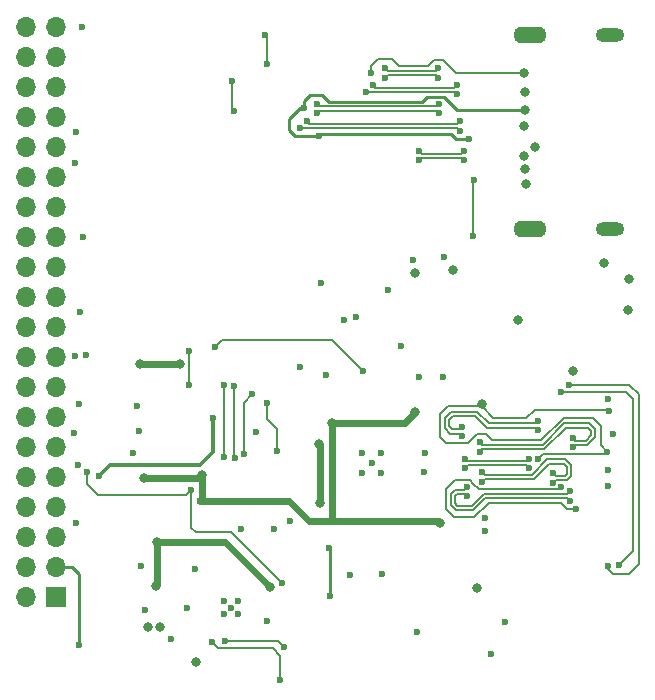
<source format=gbl>
G04 #@! TF.GenerationSoftware,KiCad,Pcbnew,8.0.2*
G04 #@! TF.CreationDate,2024-05-18T01:19:45+05:00*
G04 #@! TF.ProjectId,EDP Converter,45445020-436f-46e7-9665-727465722e6b,rev?*
G04 #@! TF.SameCoordinates,Original*
G04 #@! TF.FileFunction,Copper,L4,Bot*
G04 #@! TF.FilePolarity,Positive*
%FSLAX46Y46*%
G04 Gerber Fmt 4.6, Leading zero omitted, Abs format (unit mm)*
G04 Created by KiCad (PCBNEW 8.0.2) date 2024-05-18 01:19:45*
%MOMM*%
%LPD*%
G01*
G04 APERTURE LIST*
G04 #@! TA.AperFunction,ComponentPad*
%ADD10O,2.800000X1.400000*%
G04 #@! TD*
G04 #@! TA.AperFunction,ComponentPad*
%ADD11O,2.400000X1.200000*%
G04 #@! TD*
G04 #@! TA.AperFunction,ComponentPad*
%ADD12R,1.700000X1.700000*%
G04 #@! TD*
G04 #@! TA.AperFunction,ComponentPad*
%ADD13O,1.700000X1.700000*%
G04 #@! TD*
G04 #@! TA.AperFunction,ViaPad*
%ADD14C,0.600000*%
G04 #@! TD*
G04 #@! TA.AperFunction,ViaPad*
%ADD15C,0.800000*%
G04 #@! TD*
G04 #@! TA.AperFunction,Conductor*
%ADD16C,0.200000*%
G04 #@! TD*
G04 #@! TA.AperFunction,Conductor*
%ADD17C,0.250000*%
G04 #@! TD*
G04 #@! TA.AperFunction,Conductor*
%ADD18C,0.600000*%
G04 #@! TD*
G04 #@! TA.AperFunction,Conductor*
%ADD19C,0.300000*%
G04 #@! TD*
G04 #@! TA.AperFunction,Conductor*
%ADD20C,0.160000*%
G04 #@! TD*
G04 APERTURE END LIST*
D10*
X139620000Y-94550000D03*
X139620000Y-78050000D03*
D11*
X146400000Y-94550000D03*
X146400000Y-78050000D03*
D12*
X99440000Y-125640000D03*
D13*
X96900000Y-125640000D03*
X99440000Y-123100000D03*
X96900000Y-123100000D03*
X99440000Y-120560000D03*
X96900000Y-120560000D03*
X99440000Y-118020000D03*
X96900000Y-118020000D03*
X99440000Y-115480000D03*
X96900000Y-115480000D03*
X99440000Y-112940000D03*
X96900000Y-112940000D03*
X99440000Y-110400000D03*
X96900000Y-110400000D03*
X99440000Y-107860000D03*
X96900000Y-107860000D03*
X99440000Y-105320000D03*
X96900000Y-105320000D03*
X99440000Y-102780000D03*
X96900000Y-102780000D03*
X99440000Y-100240000D03*
X96900000Y-100240000D03*
X99440000Y-97700000D03*
X96900000Y-97700000D03*
X99440000Y-95160000D03*
X96900000Y-95160000D03*
X99440000Y-92620000D03*
X96900000Y-92620000D03*
X99440000Y-90080000D03*
X96900000Y-90080000D03*
X99440000Y-87540000D03*
X96900000Y-87540000D03*
X99440000Y-85000000D03*
X96900000Y-85000000D03*
X99440000Y-82460000D03*
X96900000Y-82460000D03*
X99440000Y-79920000D03*
X96900000Y-79920000D03*
X99440000Y-77380000D03*
X96900000Y-77380000D03*
D14*
X101100000Y-105300000D03*
X102000000Y-105200000D03*
X146200000Y-116300000D03*
X127000000Y-115200000D03*
X125400000Y-115200000D03*
X127000000Y-113500000D03*
X125400000Y-113500000D03*
X126200000Y-114300000D03*
X126100000Y-81300000D03*
X134400000Y-86900000D03*
X130200000Y-107000000D03*
X132300000Y-96900000D03*
X129700000Y-97100000D03*
X127600000Y-99700000D03*
X121900000Y-99100000D03*
X121700000Y-86600000D03*
X120500000Y-84300000D03*
X123850000Y-102250000D03*
X122300000Y-106900000D03*
X101400000Y-129700000D03*
X110600000Y-126600000D03*
X114900000Y-127100000D03*
X113700000Y-127100000D03*
X113700000Y-126000000D03*
X114900000Y-126000000D03*
X114300000Y-126600000D03*
X137500000Y-127800000D03*
X136300000Y-130500000D03*
X140300000Y-114000000D03*
D15*
X135500000Y-109300000D03*
X138600000Y-102200000D03*
X139100000Y-81300000D03*
X139200000Y-82900000D03*
X139200000Y-84400000D03*
X139100000Y-85800000D03*
X140000000Y-87600000D03*
X139100000Y-88300000D03*
X139200000Y-89400000D03*
X145900000Y-97400000D03*
X148000000Y-98700000D03*
X147900000Y-101400000D03*
X106600000Y-105900000D03*
X110000000Y-105900000D03*
X121700000Y-112700000D03*
X121800000Y-117700000D03*
X129900000Y-110000000D03*
X122800000Y-110900000D03*
X132000000Y-119400000D03*
X111800000Y-115300000D03*
X106900000Y-115600000D03*
X139300000Y-90700000D03*
X133100000Y-98000000D03*
X129900000Y-98200000D03*
X143200000Y-106500000D03*
X135100000Y-124900000D03*
X111300000Y-131200000D03*
X108300000Y-128200000D03*
X107300000Y-128200000D03*
X117600000Y-124800000D03*
X107900000Y-124700000D03*
X108000000Y-121000000D03*
D14*
X127300000Y-80850000D03*
X131850000Y-80850000D03*
X131850000Y-81700000D03*
X127300000Y-81700000D03*
X133400000Y-82315823D03*
X126282843Y-82334314D03*
X133400000Y-83115823D03*
X125717157Y-82900000D03*
X134000000Y-87900000D03*
X130200000Y-87900000D03*
X134000000Y-88700000D03*
X130200000Y-88700000D03*
X121550000Y-83900000D03*
X131865007Y-83900000D03*
X121550000Y-84700000D03*
X131865007Y-84700000D03*
X120682843Y-85384314D03*
X133650000Y-85400000D03*
X133650000Y-86200000D03*
X120117157Y-85950000D03*
X132270000Y-107070000D03*
X106300000Y-109500000D03*
X101750000Y-95150000D03*
X135800000Y-118950000D03*
X127100000Y-123755000D03*
X115100000Y-119875000D03*
X128700000Y-104400000D03*
X101400000Y-109300000D03*
X117300000Y-127700000D03*
X117950000Y-119900000D03*
X130650001Y-115050001D03*
X124400000Y-123800000D03*
X130000000Y-128600000D03*
X119300000Y-119200000D03*
X101500000Y-101500000D03*
X135800000Y-120100000D03*
X116400000Y-111700000D03*
X124900000Y-102000000D03*
X106700000Y-123075000D03*
X106487500Y-111587500D03*
X101200000Y-86300000D03*
X101200000Y-119400000D03*
X120100000Y-106200000D03*
X106000000Y-113500000D03*
X101100000Y-88900000D03*
X101000000Y-111800000D03*
X107000000Y-126800000D03*
X143500000Y-118200000D03*
X109200000Y-129200000D03*
X101700000Y-77400000D03*
X130700000Y-113500000D03*
X111225000Y-123275000D03*
X111700000Y-117520000D03*
X112900000Y-104500000D03*
X125449999Y-106500000D03*
X134900000Y-90400000D03*
X134800000Y-95100000D03*
X142950000Y-117500000D03*
X134250000Y-116350000D03*
X140250000Y-110750000D03*
X133850000Y-112050000D03*
X135350000Y-113350000D03*
X143200000Y-112200000D03*
X134100000Y-114750000D03*
X139500000Y-114750000D03*
X141550000Y-115200000D03*
X135550000Y-115900000D03*
X142950000Y-116700000D03*
X134250000Y-117150000D03*
X112675000Y-129500000D03*
X147150000Y-122950000D03*
X142200000Y-108300000D03*
X118475000Y-132675000D03*
X118800000Y-129900000D03*
X142900000Y-107700000D03*
X146200000Y-123000000D03*
X113800000Y-129400000D03*
X134100000Y-113950000D03*
X139500000Y-113950000D03*
X143200000Y-113000000D03*
X135350000Y-112550000D03*
X141550000Y-116000000D03*
X135550000Y-115100000D03*
X133850000Y-111250000D03*
X140250000Y-111550000D03*
X103100000Y-115400000D03*
X112800000Y-110500000D03*
X110900000Y-116600000D03*
X102100000Y-115100000D03*
X118600000Y-124500000D03*
X116100000Y-108500000D03*
X115400000Y-113600000D03*
X110700000Y-104800000D03*
X110700000Y-107700000D03*
X114500000Y-84500000D03*
X114500000Y-107800000D03*
X114400000Y-82000000D03*
X114600000Y-113900000D03*
X117300000Y-80500000D03*
X118200000Y-113300000D03*
X117200000Y-78100000D03*
X117300000Y-109200000D03*
X113700000Y-113800000D03*
X113700000Y-107700000D03*
X122700000Y-125600000D03*
X122600000Y-121500000D03*
X101300000Y-114500000D03*
X146175000Y-108875000D03*
X146300000Y-109900000D03*
X146600000Y-111900000D03*
X146150000Y-113350000D03*
X146200000Y-114900000D03*
X142208180Y-116380000D03*
D16*
X126100000Y-80700000D02*
X126100000Y-81400000D01*
X127900000Y-80100000D02*
X126700000Y-80100000D01*
X128500000Y-80700000D02*
X127900000Y-80100000D01*
X126700000Y-80100000D02*
X126100000Y-80700000D01*
X131000000Y-80700000D02*
X128500000Y-80700000D01*
X131500000Y-80200000D02*
X131000000Y-80700000D01*
X132200000Y-80200000D02*
X131500000Y-80200000D01*
X133300000Y-81300000D02*
X132200000Y-80200000D01*
X139100000Y-81300000D02*
X133300000Y-81300000D01*
D17*
X133400000Y-84400000D02*
X139200000Y-84400000D01*
X132315000Y-83315000D02*
X133400000Y-84400000D01*
X130885000Y-83315000D02*
X132315000Y-83315000D01*
X130445000Y-83755000D02*
X130885000Y-83315000D01*
X122555000Y-83755000D02*
X130445000Y-83755000D01*
X122000000Y-83200000D02*
X122555000Y-83755000D01*
X121000000Y-83200000D02*
X122000000Y-83200000D01*
X120500000Y-83700000D02*
X121000000Y-83200000D01*
X120500000Y-84300000D02*
X120500000Y-83700000D01*
X120100000Y-84300000D02*
X120500000Y-84300000D01*
X119200000Y-86100000D02*
X119200000Y-85200000D01*
X119700000Y-86600000D02*
X119200000Y-86100000D01*
X121700000Y-86600000D02*
X119700000Y-86600000D01*
X119200000Y-85200000D02*
X120100000Y-84300000D01*
X121800000Y-86500000D02*
X121700000Y-86600000D01*
X133300000Y-86900000D02*
X132900000Y-86500000D01*
X134400000Y-86900000D02*
X133300000Y-86900000D01*
X132900000Y-86500000D02*
X121800000Y-86500000D01*
X100800000Y-123100000D02*
X99440000Y-123100000D01*
X101400000Y-123700000D02*
X100800000Y-123100000D01*
X101400000Y-129700000D02*
X101400000Y-123700000D01*
D16*
X146200000Y-109800000D02*
X146300000Y-109900000D01*
X139300000Y-110500000D02*
X140000000Y-109800000D01*
X140000000Y-109800000D02*
X146200000Y-109800000D01*
X136500000Y-110500000D02*
X139300000Y-110500000D01*
X132000000Y-110200000D02*
X132700000Y-109500000D01*
X132700000Y-109500000D02*
X135500000Y-109500000D01*
X134390000Y-112610000D02*
X132510000Y-112610000D01*
X132000000Y-112100000D02*
X132000000Y-110200000D01*
X135100000Y-111900000D02*
X134390000Y-112610000D01*
X135500000Y-109500000D02*
X136500000Y-110500000D01*
X135900000Y-111900000D02*
X135100000Y-111900000D01*
X132510000Y-112610000D02*
X132000000Y-112100000D01*
X142464608Y-110500000D02*
X140564608Y-112400000D01*
X145600000Y-111200000D02*
X144900000Y-110500000D01*
X144900000Y-110500000D02*
X142464608Y-110500000D01*
X145600000Y-112800000D02*
X145600000Y-111200000D01*
X136400000Y-112400000D02*
X135900000Y-111900000D01*
X140564608Y-112400000D02*
X136400000Y-112400000D01*
X146150000Y-113350000D02*
X145600000Y-112800000D01*
X140700000Y-113600000D02*
X140300000Y-114000000D01*
X145900000Y-113600000D02*
X141800000Y-113600000D01*
X141800000Y-113600000D02*
X140700000Y-113600000D01*
X146150000Y-113350000D02*
X145900000Y-113600000D01*
X142700000Y-118200000D02*
X143500000Y-118200000D01*
X136100000Y-117700000D02*
X142200000Y-117700000D01*
X134900000Y-118900000D02*
X136100000Y-117700000D01*
X142200000Y-117700000D02*
X142700000Y-118200000D01*
X133200000Y-118900000D02*
X134900000Y-118900000D01*
X132500000Y-118200000D02*
X133200000Y-118900000D01*
X133210000Y-115790000D02*
X132500000Y-116500000D01*
X134481960Y-115790000D02*
X133210000Y-115790000D01*
X134791960Y-116100000D02*
X134481960Y-115790000D01*
X135260000Y-116560000D02*
X134800000Y-116100000D01*
X132500000Y-116500000D02*
X132500000Y-118200000D01*
X134800000Y-116100000D02*
X134791960Y-116100000D01*
X142028180Y-116560000D02*
X135260000Y-116560000D01*
X142208180Y-116380000D02*
X142028180Y-116560000D01*
D18*
X106600000Y-105900000D02*
X110000000Y-105900000D01*
X121800000Y-112800000D02*
X121700000Y-112700000D01*
X121800000Y-117700000D02*
X121800000Y-112800000D01*
X129000000Y-110900000D02*
X129900000Y-110000000D01*
X122800000Y-110900000D02*
X129000000Y-110900000D01*
X122800000Y-119200000D02*
X122800000Y-110900000D01*
X122800000Y-119200000D02*
X131800000Y-119200000D01*
X120900000Y-119200000D02*
X122800000Y-119200000D01*
X131800000Y-119200000D02*
X132000000Y-119400000D01*
X119200000Y-117500000D02*
X120900000Y-119200000D01*
X111720000Y-117500000D02*
X119200000Y-117500000D01*
X111700000Y-117520000D02*
X111720000Y-117500000D01*
D16*
X110900000Y-119800000D02*
X110900000Y-116600000D01*
X111300000Y-120200000D02*
X110900000Y-119800000D01*
X114300000Y-120200000D02*
X111300000Y-120200000D01*
X118600000Y-124500000D02*
X114300000Y-120200000D01*
D18*
X111800000Y-117420000D02*
X111800000Y-115300000D01*
X111700000Y-117520000D02*
X111800000Y-117420000D01*
X111500000Y-115600000D02*
X111800000Y-115300000D01*
X106900000Y-115600000D02*
X111500000Y-115600000D01*
D19*
X104000000Y-114500000D02*
X111700000Y-114500000D01*
X103100000Y-115400000D02*
X104000000Y-114500000D01*
X112800000Y-113400000D02*
X112800000Y-110500000D01*
X111700000Y-114500000D02*
X112800000Y-113400000D01*
D16*
X110500000Y-117000000D02*
X110900000Y-116600000D01*
X103000000Y-117000000D02*
X110500000Y-117000000D01*
X102100000Y-116100000D02*
X103000000Y-117000000D01*
X102100000Y-115100000D02*
X102100000Y-116100000D01*
X146200000Y-123300000D02*
X146200000Y-123000000D01*
X146600000Y-123700000D02*
X146200000Y-123300000D01*
X148000000Y-123700000D02*
X146600000Y-123700000D01*
X148800000Y-122900000D02*
X148000000Y-123700000D01*
X148800000Y-108500000D02*
X148800000Y-122900000D01*
X142900000Y-107700000D02*
X148000000Y-107700000D01*
X148000000Y-107700000D02*
X148800000Y-108500000D01*
X147715000Y-108315000D02*
X148300000Y-108900000D01*
X142200000Y-108300000D02*
X142215000Y-108315000D01*
X142215000Y-108315000D02*
X147715000Y-108315000D01*
X148300000Y-121800000D02*
X147150000Y-122950000D01*
X148300000Y-108900000D02*
X148300000Y-121800000D01*
X117800000Y-130000000D02*
X118475000Y-130675000D01*
X118475000Y-130675000D02*
X118475000Y-132675000D01*
X112675000Y-129500000D02*
X113175000Y-130000000D01*
X113175000Y-130000000D02*
X117800000Y-130000000D01*
D17*
X122700000Y-121600000D02*
X122600000Y-121500000D01*
X122700000Y-125600000D02*
X122700000Y-121600000D01*
D18*
X113800000Y-121000000D02*
X117600000Y-124800000D01*
X108000000Y-121000000D02*
X113800000Y-121000000D01*
X108000000Y-124600000D02*
X107900000Y-124700000D01*
X108000000Y-121000000D02*
X108000000Y-124600000D01*
D16*
X110700000Y-107700000D02*
X110700000Y-104800000D01*
X114500000Y-113800000D02*
X114600000Y-113900000D01*
X114500000Y-107800000D02*
X114500000Y-113800000D01*
X113700000Y-107700000D02*
X113700000Y-113800000D01*
D20*
X131850000Y-80850000D02*
X131605000Y-81095000D01*
X131605000Y-81095000D02*
X127545000Y-81095000D01*
X127545000Y-81095000D02*
X127300000Y-80850000D01*
X131605000Y-81455000D02*
X127545000Y-81455000D01*
X127545000Y-81455000D02*
X127300000Y-81700000D01*
X131850000Y-81700000D02*
X131605000Y-81455000D01*
X126484352Y-82535823D02*
X126282843Y-82334314D01*
X133180000Y-82535823D02*
X126484352Y-82535823D01*
X133400000Y-82315823D02*
X133180000Y-82535823D01*
X125721334Y-82895823D02*
X125717157Y-82900000D01*
X133400000Y-83115823D02*
X133180000Y-82895823D01*
X133180000Y-82895823D02*
X125721334Y-82895823D01*
X134000000Y-87900000D02*
X133780000Y-88120000D01*
X130420000Y-88120000D02*
X130200000Y-87900000D01*
X133780000Y-88120000D02*
X130420000Y-88120000D01*
X134000000Y-88700000D02*
X133780000Y-88480000D01*
X133780000Y-88480000D02*
X130420000Y-88480000D01*
X130420000Y-88480000D02*
X130200000Y-88700000D01*
X131745007Y-84020000D02*
X131865007Y-83900000D01*
X131645007Y-84120000D02*
X121770000Y-84120000D01*
X121770000Y-84120000D02*
X121550000Y-83900000D01*
X131865007Y-83900000D02*
X131645007Y-84120000D01*
X121770000Y-84480000D02*
X121550000Y-84700000D01*
X131865007Y-84700000D02*
X131645007Y-84480000D01*
X131645007Y-84480000D02*
X121770000Y-84480000D01*
X120682843Y-85384314D02*
X120918529Y-85620000D01*
X133430000Y-85620000D02*
X133650000Y-85400000D01*
X120918529Y-85620000D02*
X133430000Y-85620000D01*
X120147157Y-85980000D02*
X133430000Y-85980000D01*
X120117157Y-85950000D02*
X120147157Y-85980000D01*
X133430000Y-85980000D02*
X133650000Y-86200000D01*
D16*
X121800000Y-112700000D02*
X121700000Y-112600000D01*
X113500000Y-103900000D02*
X112900000Y-104500000D01*
X125449999Y-106500000D02*
X122849999Y-103900000D01*
X122849999Y-103900000D02*
X113500000Y-103900000D01*
X134800000Y-95100000D02*
X134800000Y-90500000D01*
X134800000Y-90500000D02*
X134900000Y-90400000D01*
D20*
X142730000Y-117280000D02*
X135824560Y-117280000D01*
X134810503Y-118294057D02*
X133309771Y-118294057D01*
X133278949Y-116570000D02*
X134030000Y-116570000D01*
X135824560Y-117280000D02*
X134810503Y-118294057D01*
X142950000Y-117500000D02*
X142730000Y-117280000D01*
X132891017Y-117875303D02*
X132891017Y-116957932D01*
X134030000Y-116570000D02*
X134250000Y-116350000D01*
X133309771Y-118294057D02*
X132891017Y-117875303D01*
X132891017Y-116957932D02*
X133278949Y-116570000D01*
X132406546Y-111370212D02*
X132406546Y-110488894D01*
X132866334Y-111830000D02*
X132406546Y-111370212D01*
X133630000Y-111830000D02*
X132866334Y-111830000D01*
X133850000Y-112050000D02*
X133630000Y-111830000D01*
X140030000Y-110970000D02*
X140250000Y-110750000D01*
X132925440Y-109970000D02*
X135124560Y-109970000D01*
X135124560Y-109970000D02*
X136124560Y-110970000D01*
X132406546Y-110488894D02*
X132925440Y-109970000D01*
X136124560Y-110970000D02*
X140030000Y-110970000D01*
X142624560Y-111330000D02*
X144475440Y-111330000D01*
X144475440Y-111330000D02*
X144753034Y-111607594D01*
X144300505Y-112420000D02*
X143420000Y-112420000D01*
X143420000Y-112420000D02*
X143200000Y-112200000D01*
X135570000Y-113130000D02*
X140824560Y-113130000D01*
X135350000Y-113350000D02*
X135570000Y-113130000D01*
X144753034Y-111607594D02*
X144753034Y-111967471D01*
X140824560Y-113130000D02*
X142624560Y-111330000D01*
X144753034Y-111967471D02*
X144300505Y-112420000D01*
X139250000Y-114530000D02*
X139280000Y-114530000D01*
X134320000Y-114530000D02*
X139250000Y-114530000D01*
X139280000Y-114530000D02*
X139450000Y-114700000D01*
X134100000Y-114750000D02*
X134320000Y-114530000D01*
X139924560Y-115680000D02*
X135770000Y-115680000D01*
X142543207Y-115420000D02*
X142728253Y-115234954D01*
X141224560Y-114380000D02*
X139924560Y-115680000D01*
X141550000Y-115200000D02*
X141770000Y-115420000D01*
X141770000Y-115420000D02*
X142543207Y-115420000D01*
X142456117Y-114380000D02*
X141224560Y-114380000D01*
X142728253Y-115234954D02*
X142728253Y-114652136D01*
X142728253Y-114652136D02*
X142456117Y-114380000D01*
X135770000Y-115680000D02*
X135550000Y-115900000D01*
X135675440Y-116920000D02*
X134661383Y-117934057D01*
X134030000Y-116930000D02*
X134250000Y-117150000D01*
X142730000Y-116920000D02*
X135675440Y-116920000D01*
X142950000Y-116700000D02*
X142730000Y-116920000D01*
X133458891Y-117934057D02*
X133251017Y-117726183D01*
X134661383Y-117934057D02*
X133458891Y-117934057D01*
X133428069Y-116930000D02*
X134030000Y-116930000D01*
X133251017Y-117107052D02*
X133428069Y-116930000D01*
X133251017Y-117726183D02*
X133251017Y-117107052D01*
D16*
X113800000Y-129400000D02*
X118300000Y-129400000D01*
X118300000Y-129400000D02*
X118800000Y-129900000D01*
D20*
X134100000Y-113950000D02*
X134320000Y-114170000D01*
X139430000Y-114170000D02*
X139550000Y-114050000D01*
X134320000Y-114170000D02*
X139250000Y-114170000D01*
X139250000Y-114170000D02*
X139430000Y-114170000D01*
X142475440Y-110970000D02*
X144624560Y-110970000D01*
X135570000Y-112770000D02*
X140675440Y-112770000D01*
X140675440Y-112770000D02*
X142475440Y-110970000D01*
X143420000Y-112780000D02*
X143200000Y-113000000D01*
X145113034Y-112116591D02*
X144449625Y-112780000D01*
X144449625Y-112780000D02*
X143420000Y-112780000D01*
X145113034Y-111458474D02*
X145113034Y-112116591D01*
X144624560Y-110970000D02*
X145113034Y-111458474D01*
X135350000Y-112550000D02*
X135570000Y-112770000D01*
X141770000Y-115780000D02*
X142692327Y-115780000D01*
X141075440Y-114020000D02*
X139775440Y-115320000D01*
X135770000Y-115320000D02*
X135550000Y-115100000D01*
X139775440Y-115320000D02*
X135770000Y-115320000D01*
X143088253Y-115384074D02*
X143088253Y-114503016D01*
X143088253Y-114503016D02*
X142605237Y-114020000D01*
X141550000Y-116000000D02*
X141770000Y-115780000D01*
X142605237Y-114020000D02*
X141075440Y-114020000D01*
X142692327Y-115780000D02*
X143088253Y-115384074D01*
X134975440Y-110330000D02*
X135975440Y-111330000D01*
X133630000Y-111470000D02*
X133015454Y-111470000D01*
X133015454Y-111470000D02*
X132766546Y-111221092D01*
X140030000Y-111330000D02*
X140250000Y-111550000D01*
X132766546Y-110638014D02*
X133074560Y-110330000D01*
X133850000Y-111250000D02*
X133630000Y-111470000D01*
X133074560Y-110330000D02*
X134975440Y-110330000D01*
X132766546Y-111221092D02*
X132766546Y-110638014D01*
X135975440Y-111330000D02*
X140030000Y-111330000D01*
D16*
X115400000Y-109200000D02*
X115400000Y-113600000D01*
X116100000Y-108500000D02*
X115400000Y-109200000D01*
X114400000Y-84400000D02*
X114500000Y-84500000D01*
X114400000Y-82000000D02*
X114400000Y-84400000D01*
X117300000Y-110600000D02*
X117300000Y-109200000D01*
X118154130Y-113254130D02*
X118200000Y-113300000D01*
X118154130Y-111950001D02*
X118154130Y-111454130D01*
X118154130Y-111950001D02*
X118154130Y-112854130D01*
X117300000Y-78200000D02*
X117300000Y-80500000D01*
X118154130Y-111454130D02*
X117300000Y-110600000D01*
X117200000Y-78100000D02*
X117300000Y-78200000D01*
X118154130Y-112854130D02*
X118154130Y-113254130D01*
M02*

</source>
